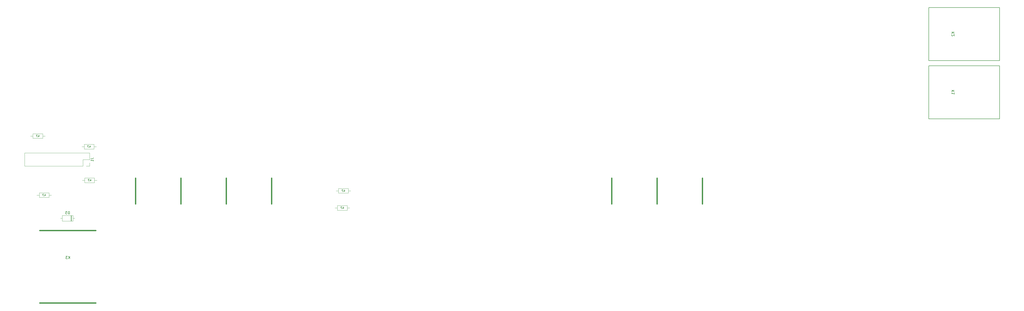
<source format=gbr>
G04 #@! TF.GenerationSoftware,KiCad,Pcbnew,(5.0.0)*
G04 #@! TF.CreationDate,2019-12-09T00:58:10+00:00*
G04 #@! TF.ProjectId,Control Panel,436F6E74726F6C2050616E656C2E6B69,rev?*
G04 #@! TF.SameCoordinates,Original*
G04 #@! TF.FileFunction,Legend,Bot*
G04 #@! TF.FilePolarity,Positive*
%FSLAX46Y46*%
G04 Gerber Fmt 4.6, Leading zero omitted, Abs format (unit mm)*
G04 Created by KiCad (PCBNEW (5.0.0)) date 12/09/19 00:58:10*
%MOMM*%
%LPD*%
G01*
G04 APERTURE LIST*
%ADD10C,0.500000*%
%ADD11C,0.120000*%
%ADD12C,0.150000*%
%ADD13C,0.127000*%
G04 APERTURE END LIST*
D10*
G04 #@! TO.C,SW8*
X104902000Y-72810000D02*
X104902000Y-82970000D01*
G04 #@! TO.C,SW9*
X87122000Y-72810000D02*
X87122000Y-82970000D01*
G04 #@! TO.C,SW10*
X51562000Y-72810000D02*
X51562000Y-82970000D01*
G04 #@! TO.C,SW11*
X69342000Y-72810000D02*
X69342000Y-82970000D01*
G04 #@! TO.C,SW13*
X238252000Y-72810000D02*
X238252000Y-82970000D01*
G04 #@! TO.C,SW15*
X256032000Y-72810000D02*
X256032000Y-82970000D01*
G04 #@! TO.C,SW17*
X273812000Y-72810000D02*
X273812000Y-82970000D01*
D11*
G04 #@! TO.C,J1*
X33530000Y-68130000D02*
X33530000Y-66800000D01*
X32200000Y-68130000D02*
X33530000Y-68130000D01*
X33530000Y-65530000D02*
X33530000Y-62930000D01*
X30930000Y-65530000D02*
X33530000Y-65530000D01*
X30930000Y-68130000D02*
X30930000Y-65530000D01*
X33530000Y-62930000D02*
X8010000Y-62930000D01*
X30930000Y-68130000D02*
X8010000Y-68130000D01*
X8010000Y-68130000D02*
X8010000Y-62930000D01*
D10*
G04 #@! TO.C,K3*
X36000000Y-93392000D02*
X14000000Y-93392000D01*
X14000000Y-121840000D02*
X36000000Y-121840000D01*
D11*
G04 #@! TO.C,D3*
X27010000Y-87480000D02*
X27010000Y-89720000D01*
X27010000Y-89720000D02*
X22770000Y-89720000D01*
X22770000Y-89720000D02*
X22770000Y-87480000D01*
X22770000Y-87480000D02*
X27010000Y-87480000D01*
X27660000Y-88600000D02*
X27010000Y-88600000D01*
X22120000Y-88600000D02*
X22770000Y-88600000D01*
X26290000Y-87480000D02*
X26290000Y-89720000D01*
X26170000Y-87480000D02*
X26170000Y-89720000D01*
X26410000Y-87480000D02*
X26410000Y-89720000D01*
D12*
G04 #@! TO.C,K1*
X390280000Y-28720000D02*
X362580000Y-28720000D01*
X362580000Y-49520000D02*
X362580000Y-28720000D01*
X390280000Y-49520000D02*
X362580000Y-49520000D01*
X390280000Y-49520000D02*
X390280000Y-28720000D01*
G04 #@! TO.C,K2*
X390280000Y-26660000D02*
X390280000Y-5860000D01*
X390280000Y-26660000D02*
X362580000Y-26660000D01*
X362580000Y-26660000D02*
X362580000Y-5860000D01*
X390280000Y-5860000D02*
X362580000Y-5860000D01*
D11*
G04 #@! TO.C,R23*
X134510000Y-83580000D02*
X134510000Y-85420000D01*
X134510000Y-85420000D02*
X130670000Y-85420000D01*
X130670000Y-85420000D02*
X130670000Y-83580000D01*
X130670000Y-83580000D02*
X134510000Y-83580000D01*
X135460000Y-84500000D02*
X134510000Y-84500000D01*
X129720000Y-84500000D02*
X130670000Y-84500000D01*
G04 #@! TO.C,R27*
X17610000Y-78580000D02*
X17610000Y-80420000D01*
X17610000Y-80420000D02*
X13770000Y-80420000D01*
X13770000Y-80420000D02*
X13770000Y-78580000D01*
X13770000Y-78580000D02*
X17610000Y-78580000D01*
X18560000Y-79500000D02*
X17610000Y-79500000D01*
X12820000Y-79500000D02*
X13770000Y-79500000D01*
G04 #@! TO.C,R29*
X16080000Y-56300000D02*
X15130000Y-56300000D01*
X10340000Y-56300000D02*
X11290000Y-56300000D01*
X15130000Y-57220000D02*
X11290000Y-57220000D01*
X15130000Y-55380000D02*
X15130000Y-57220000D01*
X11290000Y-55380000D02*
X15130000Y-55380000D01*
X11290000Y-57220000D02*
X11290000Y-55380000D01*
G04 #@! TO.C,R33*
X31390000Y-61420000D02*
X31390000Y-59580000D01*
X31390000Y-59580000D02*
X35230000Y-59580000D01*
X35230000Y-59580000D02*
X35230000Y-61420000D01*
X35230000Y-61420000D02*
X31390000Y-61420000D01*
X30440000Y-60500000D02*
X31390000Y-60500000D01*
X36180000Y-60500000D02*
X35230000Y-60500000D01*
G04 #@! TO.C,R34*
X36380000Y-73700000D02*
X35430000Y-73700000D01*
X30640000Y-73700000D02*
X31590000Y-73700000D01*
X35430000Y-74620000D02*
X31590000Y-74620000D01*
X35430000Y-72780000D02*
X35430000Y-74620000D01*
X31590000Y-72780000D02*
X35430000Y-72780000D01*
X31590000Y-74620000D02*
X31590000Y-72780000D01*
G04 #@! TO.C,R36*
X135880000Y-77800000D02*
X134930000Y-77800000D01*
X130140000Y-77800000D02*
X131090000Y-77800000D01*
X134930000Y-78720000D02*
X131090000Y-78720000D01*
X134930000Y-76880000D02*
X134930000Y-78720000D01*
X131090000Y-76880000D02*
X134930000Y-76880000D01*
X131090000Y-78720000D02*
X131090000Y-76880000D01*
G04 #@! TO.C,J1*
D12*
X33982380Y-65196666D02*
X34696666Y-65196666D01*
X34839523Y-65149047D01*
X34934761Y-65053809D01*
X34982380Y-64910952D01*
X34982380Y-64815714D01*
X34982380Y-66196666D02*
X34982380Y-65625238D01*
X34982380Y-65910952D02*
X33982380Y-65910952D01*
X34125238Y-65815714D01*
X34220476Y-65720476D01*
X34268095Y-65625238D01*
G04 #@! TO.C,K3*
X25738095Y-104512380D02*
X25738095Y-103512380D01*
X25166666Y-104512380D02*
X25595238Y-103940952D01*
X25166666Y-103512380D02*
X25738095Y-104083809D01*
X24833333Y-103512380D02*
X24214285Y-103512380D01*
X24547619Y-103893333D01*
X24404761Y-103893333D01*
X24309523Y-103940952D01*
X24261904Y-103988571D01*
X24214285Y-104083809D01*
X24214285Y-104321904D01*
X24261904Y-104417142D01*
X24309523Y-104464761D01*
X24404761Y-104512380D01*
X24690476Y-104512380D01*
X24785714Y-104464761D01*
X24833333Y-104417142D01*
G04 #@! TO.C,D3*
X25628095Y-86932380D02*
X25628095Y-85932380D01*
X25390000Y-85932380D01*
X25247142Y-85980000D01*
X25151904Y-86075238D01*
X25104285Y-86170476D01*
X25056666Y-86360952D01*
X25056666Y-86503809D01*
X25104285Y-86694285D01*
X25151904Y-86789523D01*
X25247142Y-86884761D01*
X25390000Y-86932380D01*
X25628095Y-86932380D01*
X24723333Y-85932380D02*
X24104285Y-85932380D01*
X24437619Y-86313333D01*
X24294761Y-86313333D01*
X24199523Y-86360952D01*
X24151904Y-86408571D01*
X24104285Y-86503809D01*
X24104285Y-86741904D01*
X24151904Y-86837142D01*
X24199523Y-86884761D01*
X24294761Y-86932380D01*
X24580476Y-86932380D01*
X24675714Y-86884761D01*
X24723333Y-86837142D01*
G04 #@! TO.C,K1*
X372532380Y-38381904D02*
X371532380Y-38381904D01*
X372532380Y-38953333D02*
X371960952Y-38524761D01*
X371532380Y-38953333D02*
X372103809Y-38381904D01*
X372532380Y-39905714D02*
X372532380Y-39334285D01*
X372532380Y-39620000D02*
X371532380Y-39620000D01*
X371675238Y-39524761D01*
X371770476Y-39429523D01*
X371818095Y-39334285D01*
G04 #@! TO.C,K2*
X372532380Y-15521904D02*
X371532380Y-15521904D01*
X372532380Y-16093333D02*
X371960952Y-15664761D01*
X371532380Y-16093333D02*
X372103809Y-15521904D01*
X371627619Y-16474285D02*
X371580000Y-16521904D01*
X371532380Y-16617142D01*
X371532380Y-16855238D01*
X371580000Y-16950476D01*
X371627619Y-16998095D01*
X371722857Y-17045714D01*
X371818095Y-17045714D01*
X371960952Y-16998095D01*
X372532380Y-16426666D01*
X372532380Y-17045714D01*
G04 #@! TO.C,R23*
D13*
X132807714Y-84336714D02*
X132807714Y-84844714D01*
X132989142Y-84046428D02*
X133170571Y-84590714D01*
X132698857Y-84590714D01*
X132481142Y-84082714D02*
X131973142Y-84082714D01*
X132299714Y-84844714D01*
G04 #@! TO.C,R27*
X15907714Y-79336714D02*
X15907714Y-79844714D01*
X16089142Y-79046428D02*
X16270571Y-79590714D01*
X15798857Y-79590714D01*
X15581142Y-79082714D02*
X15073142Y-79082714D01*
X15399714Y-79844714D01*
G04 #@! TO.C,R29*
X13427714Y-56136714D02*
X13427714Y-56644714D01*
X13609142Y-55846428D02*
X13790571Y-56390714D01*
X13318857Y-56390714D01*
X13101142Y-55882714D02*
X12593142Y-55882714D01*
X12919714Y-56644714D01*
G04 #@! TO.C,R33*
X33527714Y-60336714D02*
X33527714Y-60844714D01*
X33709142Y-60046428D02*
X33890571Y-60590714D01*
X33418857Y-60590714D01*
X33201142Y-60082714D02*
X32693142Y-60082714D01*
X33019714Y-60844714D01*
G04 #@! TO.C,R34*
X33727714Y-73536714D02*
X33727714Y-74044714D01*
X33909142Y-73246428D02*
X34090571Y-73790714D01*
X33618857Y-73790714D01*
X33401142Y-73282714D02*
X32893142Y-73282714D01*
X33219714Y-74044714D01*
G04 #@! TO.C,R36*
X133227714Y-77636714D02*
X133227714Y-78144714D01*
X133409142Y-77346428D02*
X133590571Y-77890714D01*
X133118857Y-77890714D01*
X132901142Y-77382714D02*
X132393142Y-77382714D01*
X132719714Y-78144714D01*
G04 #@! TD*
M02*

</source>
